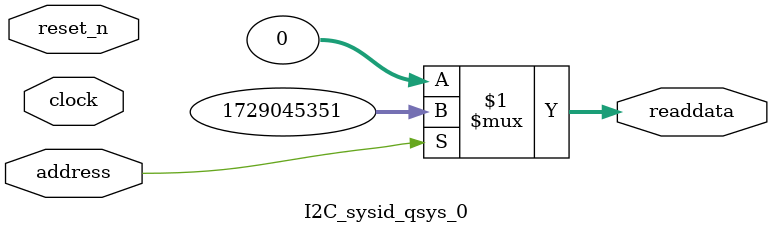
<source format=v>



// synthesis translate_off
`timescale 1ns / 1ps
// synthesis translate_on

// turn off superfluous verilog processor warnings 
// altera message_level Level1 
// altera message_off 10034 10035 10036 10037 10230 10240 10030 

module I2C_sysid_qsys_0 (
               // inputs:
                address,
                clock,
                reset_n,

               // outputs:
                readdata
             )
;

  output  [ 31: 0] readdata;
  input            address;
  input            clock;
  input            reset_n;

  wire    [ 31: 0] readdata;
  //control_slave, which is an e_avalon_slave
  assign readdata = address ? 1729045351 : 0;

endmodule



</source>
